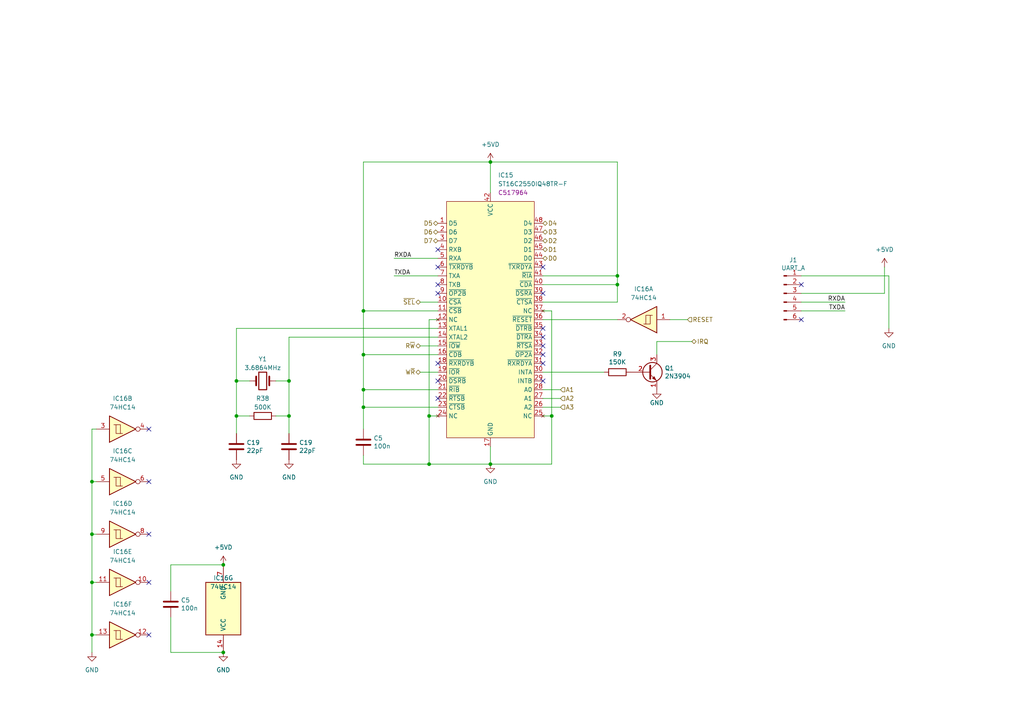
<source format=kicad_sch>
(kicad_sch (version 20230121) (generator eeschema)
  (paper "A4")
  (lib_symbols
    (symbol "74xx:74HC14" (pin_names (offset 1.016))
      (property "Reference" "U" (at 0 1.27 0))
      (property "Value" "74HC14" (at 0 -1.27 0))
      (symbol "74HC14_1_0"
        (polyline (pts (xy -3.81 3.81) (xy -3.81 -3.81) (xy 3.81 0) (xy -3.81 3.81)) (stroke (width 0.254)) (fill (type background)))
        (pin input line (at -7.62 0 0) (length 3.81) (name "~") (number "1"))
        (pin output inverted (at 7.62 0 180) (length 3.81) (name "~") (number "2"))
      )
      (symbol "74HC14_1_1"
        (polyline (pts (xy -1.905 -1.27) (xy -1.905 1.27) (xy -0.635 1.27)))
        (polyline (pts (xy -2.54 -1.27) (xy -0.635 -1.27) (xy -0.635 1.27) (xy 0 1.27)))
      )
      (symbol "74HC14_2_0"
        (polyline (pts (xy -3.81 3.81) (xy -3.81 -3.81) (xy 3.81 0) (xy -3.81 3.81)) (stroke (width 0.254)) (fill (type background)))
        (pin input line (at -7.62 0 0) (length 3.81) (name "~") (number "3"))
        (pin output inverted (at 7.62 0 180) (length 3.81) (name "~") (number "4"))
      )
      (symbol "74HC14_2_1"
        (polyline (pts (xy -1.905 -1.27) (xy -1.905 1.27) (xy -0.635 1.27)))
        (polyline (pts (xy -2.54 -1.27) (xy -0.635 -1.27) (xy -0.635 1.27) (xy 0 1.27)))
      )
      (symbol "74HC14_3_0"
        (polyline (pts (xy -3.81 3.81) (xy -3.81 -3.81) (xy 3.81 0) (xy -3.81 3.81)) (stroke (width 0.254)) (fill (type background)))
        (pin input line (at -7.62 0 0) (length 3.81) (name "~") (number "5"))
        (pin output inverted (at 7.62 0 180) (length 3.81) (name "~") (number "6"))
      )
      (symbol "74HC14_3_1"
        (polyline (pts (xy -1.905 -1.27) (xy -1.905 1.27) (xy -0.635 1.27)))
        (polyline (pts (xy -2.54 -1.27) (xy -0.635 -1.27) (xy -0.635 1.27) (xy 0 1.27)))
      )
      (symbol "74HC14_4_0"
        (polyline (pts (xy -3.81 3.81) (xy -3.81 -3.81) (xy 3.81 0) (xy -3.81 3.81)) (stroke (width 0.254)) (fill (type background)))
        (pin output inverted (at 7.62 0 180) (length 3.81) (name "~") (number "8"))
        (pin input line (at -7.62 0 0) (length 3.81) (name "~") (number "9"))
      )
      (symbol "74HC14_4_1"
        (polyline (pts (xy -1.905 -1.27) (xy -1.905 1.27) (xy -0.635 1.27)))
        (polyline (pts (xy -2.54 -1.27) (xy -0.635 -1.27) (xy -0.635 1.27) (xy 0 1.27)))
      )
      (symbol "74HC14_5_0"
        (polyline (pts (xy -3.81 3.81) (xy -3.81 -3.81) (xy 3.81 0) (xy -3.81 3.81)) (stroke (width 0.254)) (fill (type background)))
        (pin output inverted (at 7.62 0 180) (length 3.81) (name "~") (number "10"))
        (pin input line (at -7.62 0 0) (length 3.81) (name "~") (number "11"))
      )
      (symbol "74HC14_5_1"
        (polyline (pts (xy -1.905 -1.27) (xy -1.905 1.27) (xy -0.635 1.27)))
        (polyline (pts (xy -2.54 -1.27) (xy -0.635 -1.27) (xy -0.635 1.27) (xy 0 1.27)))
      )
      (symbol "74HC14_6_0"
        (polyline (pts (xy -3.81 3.81) (xy -3.81 -3.81) (xy 3.81 0) (xy -3.81 3.81)) (stroke (width 0.254)) (fill (type background)))
        (pin output inverted (at 7.62 0 180) (length 3.81) (name "~") (number "12"))
        (pin input line (at -7.62 0 0) (length 3.81) (name "~") (number "13"))
      )
      (symbol "74HC14_6_1"
        (polyline (pts (xy -1.905 -1.27) (xy -1.905 1.27) (xy -0.635 1.27)))
        (polyline (pts (xy -2.54 -1.27) (xy -0.635 -1.27) (xy -0.635 1.27) (xy 0 1.27)))
      )
      (symbol "74HC14_7_0"
        (pin power_in line (at 0 12.7 270) (length 5.08) (name "VCC") (number "14"))
        (pin power_in line (at 0 -12.7 90) (length 5.08) (name "GND") (number "7"))
      )
      (symbol "74HC14_7_1"
        (rectangle (start -5.08 7.62) (end 5.08 -7.62) (stroke (width 0.254)) (fill (type background)))
      )
    )
    (symbol "Connector:Conn_01x06_Pin" (pin_names (offset 1.016) hide)
      (property "Reference" "J" (at 0 7.62 0))
      (property "Value" "Conn_01x06_Pin" (at 0 -10.16 0))
      (symbol "Conn_01x06_Pin_1_1"
        (polyline (pts (xy 1.27 -7.62) (xy 0.8636 -7.62)) (stroke (width 0.1524)))
        (polyline (pts (xy 1.27 -5.08) (xy 0.8636 -5.08)) (stroke (width 0.1524)))
        (polyline (pts (xy 1.27 -2.54) (xy 0.8636 -2.54)) (stroke (width 0.1524)))
        (polyline (pts (xy 1.27 0) (xy 0.8636 0)) (stroke (width 0.1524)))
        (polyline (pts (xy 1.27 2.54) (xy 0.8636 2.54)) (stroke (width 0.1524)))
        (polyline (pts (xy 1.27 5.08) (xy 0.8636 5.08)) (stroke (width 0.1524)))
        (rectangle (start 0.8636 -7.493) (end 0 -7.747) (stroke (width 0.1524)) (fill (type outline)))
        (rectangle (start 0.8636 -4.953) (end 0 -5.207) (stroke (width 0.1524)) (fill (type outline)))
        (rectangle (start 0.8636 -2.413) (end 0 -2.667) (stroke (width 0.1524)) (fill (type outline)))
        (rectangle (start 0.8636 0.127) (end 0 -0.127) (stroke (width 0.1524)) (fill (type outline)))
        (rectangle (start 0.8636 2.667) (end 0 2.413) (stroke (width 0.1524)) (fill (type outline)))
        (rectangle (start 0.8636 5.207) (end 0 4.953) (stroke (width 0.1524)) (fill (type outline)))
        (pin passive line (at 5.08 5.08 180) (length 3.81) (name "Pin_1") (number "1"))
        (pin passive line (at 5.08 2.54 180) (length 3.81) (name "Pin_2") (number "2"))
        (pin passive line (at 5.08 0 180) (length 3.81) (name "Pin_3") (number "3"))
        (pin passive line (at 5.08 -2.54 180) (length 3.81) (name "Pin_4") (number "4"))
        (pin passive line (at 5.08 -5.08 180) (length 3.81) (name "Pin_5") (number "5"))
        (pin passive line (at 5.08 -7.62 180) (length 3.81) (name "Pin_6") (number "6"))
      )
    )
    (symbol "Device:C" (pin_numbers hide) (pin_names (offset 0.254))
      (property "Reference" "C" (at 0.635 2.54 0))
      (property "Value" "C" (at 0.635 -2.54 0))
      (symbol "C_0_1"
        (polyline (pts (xy -2.032 -0.762) (xy 2.032 -0.762)) (stroke (width 0.508)))
        (polyline (pts (xy -2.032 0.762) (xy 2.032 0.762)) (stroke (width 0.508)))
      )
      (symbol "C_1_1"
        (pin passive line (at 0 3.81 270) (length 2.794) (name "~") (number "1"))
        (pin passive line (at 0 -3.81 90) (length 2.794) (name "~") (number "2"))
      )
    )
    (symbol "Device:Crystal" (pin_numbers hide) (pin_names (offset 1.016) hide)
      (property "Reference" "Y" (at 0 3.81 0))
      (property "Value" "Crystal" (at 0 -3.81 0))
      (symbol "Crystal_0_1"
        (rectangle (start -1.143 2.54) (end 1.143 -2.54) (stroke (width 0.3048)))
        (polyline (pts (xy -2.54 0) (xy -1.905 0)))
        (polyline (pts (xy -1.905 -1.27) (xy -1.905 1.27)) (stroke (width 0.508)))
        (polyline (pts (xy 1.905 -1.27) (xy 1.905 1.27)) (stroke (width 0.508)))
        (polyline (pts (xy 2.54 0) (xy 1.905 0)))
      )
      (symbol "Crystal_1_1"
        (pin passive line (at -3.81 0 0) (length 1.27) (name "1") (number "1"))
        (pin passive line (at 3.81 0 180) (length 1.27) (name "2") (number "2"))
      )
    )
    (symbol "Device:R" (pin_numbers hide) (pin_names (offset 0))
      (property "Reference" "R" (at 2.032 0 90))
      (property "Value" "R" (at 0 0 90))
      (symbol "R_0_1"
        (rectangle (start -1.016 -2.54) (end 1.016 2.54) (stroke (width 0.254)))
      )
      (symbol "R_1_1"
        (pin passive line (at 0 3.81 270) (length 1.27) (name "~") (number "1"))
        (pin passive line (at 0 -3.81 90) (length 1.27) (name "~") (number "2"))
      )
    )
    (symbol "Transistor_BJT:2N3904" (pin_names (offset 0) hide)
      (property "Reference" "Q" (at 5.08 1.905 0))
      (property "Value" "2N3904" (at 5.08 0 0))
      (symbol "2N3904_0_1"
        (polyline (pts (xy 0.635 0.635) (xy 2.54 2.54)))
        (polyline (pts (xy 0.635 -0.635) (xy 2.54 -2.54) (xy 2.54 -2.54)))
        (polyline (pts (xy 0.635 1.905) (xy 0.635 -1.905) (xy 0.635 -1.905)) (stroke (width 0.508)))
        (polyline (pts (xy 1.27 -1.778) (xy 1.778 -1.27) (xy 2.286 -2.286) (xy 1.27 -1.778) (xy 1.27 -1.778)) (fill (type outline)))
        (circle (center 1.27 0) (radius 2.8194) (stroke (width 0.254)))
      )
      (symbol "2N3904_1_1"
        (pin passive line (at 2.54 -5.08 90) (length 2.54) (name "E") (number "1"))
        (pin passive line (at -5.08 0 0) (length 5.715) (name "B") (number "2"))
        (pin passive line (at 2.54 5.08 270) (length 2.54) (name "C") (number "3"))
      )
    )
    (symbol "power:+5VD" (power) (pin_names (offset 0))
      (property "Value" "+5VD" (at 0 3.556 0))
      (symbol "+5VD_0_1"
        (polyline (pts (xy -0.762 1.27) (xy 0 2.54)))
        (polyline (pts (xy 0 0) (xy 0 2.54)))
        (polyline (pts (xy 0 2.54) (xy 0.762 1.27)))
      )
      (symbol "+5VD_1_1"
        (pin power_in line (at 0 0 90) (length 0) hide (name "+5VD") (number "1"))
      )
    )
    (symbol "power:GND" (power) (pin_names (offset 0))
      (property "Value" "GND" (at 0 -3.81 0))
      (symbol "GND_0_1"
        (polyline (pts (xy 0 0) (xy 0 -1.27) (xy 1.27 -1.27) (xy 0 -2.54) (xy -1.27 -1.27) (xy 0 -1.27)))
      )
      (symbol "GND_1_1"
        (pin power_in line (at 0 0 270) (length 0) hide (name "GND") (number "1"))
      )
    )
    (symbol "rosco_m68k:ST16C2550IQ48TR-F"
      (property "Reference" "IC?" (at 2.1941 38.1 0))
      (property "Value" "ST16C2550IQ48TR-F" (at 2.1941 35.56 0))
      (property "LCSC" "C517964" (at 2.1941 33.02 0))
      (symbol "ST16C2550IQ48TR-F_1_1"
        (rectangle (start -12.7 30.48) (end 12.7 -38.1) (fill (type background)))
        (pin bidirectional line (at -15.24 24.13 0) (length 2.54) (name "D5") (number "1"))
        (pin input line (at -15.24 1.27 0) (length 2.54) (name "~{CSA}") (number "10"))
        (pin input line (at -15.24 -1.27 0) (length 2.54) (name "~{CSB}") (number "11"))
        (pin no_connect line (at -15.24 -3.81 0) (length 2.54) (name "NC") (number "12"))
        (pin input line (at -15.24 -6.35 0) (length 2.54) (name "XTAL1") (number "13"))
        (pin input line (at -15.24 -8.89 0) (length 2.54) (name "XTAL2") (number "14"))
        (pin input line (at -15.24 -11.43 0) (length 2.54) (name "~{IOW}") (number "15"))
        (pin input line (at -15.24 -13.97 0) (length 2.54) (name "~{CDB}") (number "16"))
        (pin power_in line (at 0 -40.64 90) (length 2.54) (name "GND") (number "17"))
        (pin output line (at -15.24 -16.51 0) (length 2.54) (name "~{RXRDYB}") (number "18"))
        (pin input line (at -15.24 -19.05 0) (length 2.54) (name "~{IOR}") (number "19"))
        (pin bidirectional line (at -15.24 21.59 0) (length 2.54) (name "D6") (number "2"))
        (pin input line (at -15.24 -21.59 0) (length 2.54) (name "~{DSRB}") (number "20"))
        (pin input line (at -15.24 -24.13 0) (length 2.54) (name "~{RIB}") (number "21"))
        (pin input line (at -15.24 -26.67 0) (length 2.54) (name "~{RTSB}") (number "22"))
        (pin input line (at -15.24 -29.21 0) (length 2.54) (name "~{CTSB}") (number "23"))
        (pin no_connect line (at -15.24 -31.75 0) (length 2.54) (name "NC") (number "24"))
        (pin no_connect line (at 15.24 -31.75 180) (length 2.54) (name "NC") (number "25"))
        (pin input line (at 15.24 -29.21 180) (length 2.54) (name "A2") (number "26"))
        (pin input line (at 15.24 -26.67 180) (length 2.54) (name "A1") (number "27"))
        (pin input line (at 15.24 -24.13 180) (length 2.54) (name "A0") (number "28"))
        (pin input line (at 15.24 -21.59 180) (length 2.54) (name "INTB") (number "29"))
        (pin bidirectional line (at -15.24 19.05 0) (length 2.54) (name "D7") (number "3"))
        (pin input line (at 15.24 -19.05 180) (length 2.54) (name "INTA") (number "30"))
        (pin output line (at 15.24 -16.51 180) (length 2.54) (name "~{RXRDYA}") (number "31"))
        (pin output line (at 15.24 -13.97 180) (length 2.54) (name "~{OP2A}") (number "32"))
        (pin input line (at 15.24 -11.43 180) (length 2.54) (name "~{RTSA}") (number "33"))
        (pin input line (at 15.24 -8.89 180) (length 2.54) (name "~{DTRA}") (number "34"))
        (pin input line (at 15.24 -6.35 180) (length 2.54) (name "~{DTRB}") (number "35"))
        (pin input line (at 15.24 -3.81 180) (length 2.54) (name "~{RESET}") (number "36"))
        (pin no_connect line (at 15.24 -1.27 180) (length 2.54) (name "NC") (number "37"))
        (pin input line (at 15.24 1.27 180) (length 2.54) (name "~{CTSA}") (number "38"))
        (pin input line (at 15.24 3.81 180) (length 2.54) (name "~{DSRA}") (number "39"))
        (pin input line (at -15.24 16.51 0) (length 2.54) (name "RXB") (number "4"))
        (pin input line (at 15.24 6.35 180) (length 2.54) (name "~{CDA}") (number "40"))
        (pin input line (at 15.24 8.89 180) (length 2.54) (name "~{RIA}") (number "41"))
        (pin power_in line (at 0 33.02 270) (length 2.54) (name "VCC") (number "42"))
        (pin output line (at 15.24 11.43 180) (length 2.54) (name "~{TXRDYA}") (number "43"))
        (pin bidirectional line (at 15.24 13.97 180) (length 2.54) (name "D0") (number "44"))
        (pin bidirectional line (at 15.24 16.51 180) (length 2.54) (name "D1") (number "45"))
        (pin bidirectional line (at 15.24 19.05 180) (length 2.54) (name "D2") (number "46"))
        (pin bidirectional line (at 15.24 21.59 180) (length 2.54) (name "D3") (number "47"))
        (pin bidirectional line (at 15.24 24.13 180) (length 2.54) (name "D4") (number "48"))
        (pin input line (at -15.24 13.97 0) (length 2.54) (name "RXA") (number "5"))
        (pin output line (at -15.24 11.43 0) (length 2.54) (name "~{TXRDYB}") (number "6"))
        (pin output line (at -15.24 8.89 0) (length 2.54) (name "TXA") (number "7"))
        (pin output line (at -15.24 6.35 0) (length 2.54) (name "TXB") (number "8"))
        (pin output line (at -15.24 3.81 0) (length 2.54) (name "~{OP2B}") (number "9"))
      )
    )
  )
  (junction (at 105.41 102.87))
  (junction (at 83.82 120.65))
  (junction (at 26.67 184.15))
  (junction (at 142.24 46.99))
  (junction (at 64.77 189.23))
  (junction (at 26.67 139.7))
  (junction (at 105.41 118.11))
  (junction (at 26.67 168.91))
  (junction (at 68.58 110.49))
  (junction (at 26.67 154.94))
  (junction (at 160.02 120.65))
  (junction (at 179.07 80.01))
  (junction (at 68.58 120.65))
  (junction (at 64.77 163.83))
  (junction (at 124.46 120.65))
  (junction (at 83.82 110.49))
  (junction (at 105.41 113.03))
  (junction (at 142.24 134.62))
  (junction (at 124.46 134.62))
  (junction (at 179.07 82.55))
  (junction (at 105.41 90.17))
  (no_connect (at 127 77.47))
  (no_connect (at 127 110.49))
  (no_connect (at 127 115.57))
  (no_connect (at 127 82.55))
  (no_connect (at 157.48 95.25))
  (no_connect (at 232.41 92.71))
  (no_connect (at 43.18 139.7))
  (no_connect (at 43.18 154.94))
  (no_connect (at 43.18 124.46))
  (no_connect (at 157.48 97.79))
  (no_connect (at 127 72.39))
  (no_connect (at 157.48 105.41))
  (no_connect (at 157.48 110.49))
  (no_connect (at 43.18 184.15))
  (no_connect (at 157.48 100.33))
  (no_connect (at 43.18 168.91))
  (no_connect (at 157.48 102.87))
  (no_connect (at 157.48 85.09))
  (no_connect (at 127 105.41))
  (no_connect (at 127 85.09))
  (no_connect (at 157.48 77.47))
  (no_connect (at 232.41 82.55))
  (wire (pts (xy 127 120.65) (xy 124.46 120.65)))
  (wire (pts (xy 80.01 110.49) (xy 83.82 110.49)))
  (wire (pts (xy 105.41 90.17) (xy 105.41 102.87)))
  (wire (pts (xy 190.5 99.06) (xy 200.66 99.06)))
  (wire (pts (xy 157.48 115.57) (xy 162.56 115.57)))
  (wire (pts (xy 83.82 110.49) (xy 83.82 120.65)))
  (wire (pts (xy 114.3 80.01) (xy 127 80.01)))
  (wire (pts (xy 121.92 107.95) (xy 127 107.95)))
  (wire (pts (xy 26.67 168.91) (xy 26.67 154.94)))
  (wire (pts (xy 121.92 87.63) (xy 127 87.63)))
  (wire (pts (xy 194.31 92.71) (xy 199.39 92.71)))
  (wire (pts (xy 105.41 134.62) (xy 105.41 132.08)))
  (wire (pts (xy 64.77 163.83) (xy 49.53 163.83)))
  (wire (pts (xy 157.48 82.55) (xy 179.07 82.55)))
  (wire (pts (xy 157.48 87.63) (xy 179.07 87.63)))
  (wire (pts (xy 26.67 184.15) (xy 27.94 184.15)))
  (wire (pts (xy 105.41 90.17) (xy 127 90.17)))
  (wire (pts (xy 49.53 163.83) (xy 49.53 171.45)))
  (wire (pts (xy 232.41 87.63) (xy 245.11 87.63)))
  (wire (pts (xy 83.82 120.65) (xy 83.82 125.73)))
  (wire (pts (xy 157.48 107.95) (xy 175.26 107.95)))
  (wire (pts (xy 26.67 139.7) (xy 27.94 139.7)))
  (wire (pts (xy 105.41 102.87) (xy 105.41 113.03)))
  (wire (pts (xy 179.07 46.99) (xy 179.07 80.01)))
  (wire (pts (xy 105.41 102.87) (xy 127 102.87)))
  (wire (pts (xy 142.24 55.88) (xy 142.24 46.99)))
  (wire (pts (xy 157.48 120.65) (xy 160.02 120.65)))
  (wire (pts (xy 142.24 46.99) (xy 179.07 46.99)))
  (wire (pts (xy 83.82 97.79) (xy 127 97.79)))
  (wire (pts (xy 124.46 120.65) (xy 124.46 134.62)))
  (wire (pts (xy 232.41 85.09) (xy 256.54 85.09)))
  (wire (pts (xy 114.3 74.93) (xy 127 74.93)))
  (wire (pts (xy 26.67 154.94) (xy 27.94 154.94)))
  (wire (pts (xy 68.58 120.65) (xy 72.39 120.65)))
  (wire (pts (xy 179.07 80.01) (xy 179.07 82.55)))
  (wire (pts (xy 68.58 110.49) (xy 72.39 110.49)))
  (wire (pts (xy 232.41 80.01) (xy 257.81 80.01)))
  (wire (pts (xy 83.82 97.79) (xy 83.82 110.49)))
  (wire (pts (xy 160.02 134.62) (xy 142.24 134.62)))
  (wire (pts (xy 142.24 129.54) (xy 142.24 134.62)))
  (wire (pts (xy 124.46 134.62) (xy 105.41 134.62)))
  (wire (pts (xy 257.81 80.01) (xy 257.81 95.25)))
  (wire (pts (xy 26.67 154.94) (xy 26.67 139.7)))
  (wire (pts (xy 190.5 102.87) (xy 190.5 99.06)))
  (wire (pts (xy 124.46 92.71) (xy 124.46 120.65)))
  (wire (pts (xy 256.54 85.09) (xy 256.54 77.47)))
  (wire (pts (xy 157.48 90.17) (xy 160.02 90.17)))
  (wire (pts (xy 121.92 100.33) (xy 127 100.33)))
  (wire (pts (xy 105.41 46.99) (xy 105.41 90.17)))
  (wire (pts (xy 26.67 168.91) (xy 27.94 168.91)))
  (wire (pts (xy 160.02 120.65) (xy 160.02 134.62)))
  (wire (pts (xy 160.02 90.17) (xy 160.02 120.65)))
  (wire (pts (xy 127 92.71) (xy 124.46 92.71)))
  (wire (pts (xy 232.41 90.17) (xy 245.11 90.17)))
  (wire (pts (xy 157.48 80.01) (xy 179.07 80.01)))
  (wire (pts (xy 124.46 134.62) (xy 142.24 134.62)))
  (wire (pts (xy 68.58 110.49) (xy 68.58 120.65)))
  (wire (pts (xy 105.41 46.99) (xy 142.24 46.99)))
  (wire (pts (xy 105.41 113.03) (xy 105.41 118.11)))
  (wire (pts (xy 157.48 113.03) (xy 162.56 113.03)))
  (wire (pts (xy 64.77 189.23) (xy 49.53 189.23)))
  (wire (pts (xy 68.58 95.25) (xy 127 95.25)))
  (wire (pts (xy 49.53 189.23) (xy 49.53 179.07)))
  (wire (pts (xy 68.58 120.65) (xy 68.58 125.73)))
  (wire (pts (xy 127 118.11) (xy 105.41 118.11)))
  (wire (pts (xy 68.58 95.25) (xy 68.58 110.49)))
  (wire (pts (xy 26.67 124.46) (xy 27.94 124.46)))
  (wire (pts (xy 157.48 92.71) (xy 179.07 92.71)))
  (wire (pts (xy 179.07 82.55) (xy 179.07 87.63)))
  (wire (pts (xy 157.48 118.11) (xy 162.56 118.11)))
  (wire (pts (xy 105.41 118.11) (xy 105.41 124.46)))
  (wire (pts (xy 26.67 139.7) (xy 26.67 124.46)))
  (wire (pts (xy 26.67 184.15) (xy 26.67 168.91)))
  (wire (pts (xy 105.41 113.03) (xy 127 113.03)))
  (wire (pts (xy 26.67 189.23) (xy 26.67 184.15)))
  (wire (pts (xy 80.01 120.65) (xy 83.82 120.65)))
  (label "TXDA" (at 114.3 80.01 0))
  (label "RXDA" (at 245.11 87.63 180))
  (label "RXDA" (at 114.3 74.93 0))
  (label "TXDA" (at 245.11 90.17 180))
  (hierarchical_label "D1" (shape bidirectional) (at 157.48 72.39 0))
  (hierarchical_label "A3" (shape input) (at 162.56 118.11 0))
  (hierarchical_label "D7" (shape bidirectional) (at 127 69.85 180))
  (hierarchical_label "IRQ" (shape tri_state) (at 200.66 99.06 0))
  (hierarchical_label "D3" (shape bidirectional) (at 157.48 67.31 0))
  (hierarchical_label "R~{W}" (shape tri_state) (at 121.92 100.33 180))
  (hierarchical_label "A1" (shape input) (at 162.56 113.03 0))
  (hierarchical_label "D5" (shape bidirectional) (at 127 64.77 180))
  (hierarchical_label "RESET" (shape input) (at 199.39 92.71 0))
  (hierarchical_label "~{SEL}" (shape tri_state) (at 121.92 87.63 180))
  (hierarchical_label "A2" (shape input) (at 162.56 115.57 0))
  (hierarchical_label "D4" (shape bidirectional) (at 157.48 64.77 0))
  (hierarchical_label "D6" (shape bidirectional) (at 127 67.31 180))
  (hierarchical_label "D0" (shape bidirectional) (at 157.48 74.93 0))
  (hierarchical_label "D2" (shape bidirectional) (at 157.48 69.85 0))
  (hierarchical_label "W~{R}" (shape tri_state) (at 121.92 107.95 180))
  (symbol (lib_id "power:GND") (at 257.81 95.25 0) (unit 1)
    (property "Reference" "#PWR0126" (effects hide))
    (property "Value" "GND" (at 257.81 100.33 0))
  )
  (symbol (lib_id "Device:Crystal") (at 76.2 110.49 0) (unit 1)
    (property "Reference" "Y1" (at 76.2 104.14 0))
    (property "Value" "3.6864MHz" (at 76.2 106.68 0))
    (property "Footprint" "Crystal:Crystal_SMD_HC49-SD" (effects hide))
    (property "LCSC" "C2149359" (effects hide))
  )
  (symbol (lib_id "power:GND") (at 83.82 133.35 0) (unit 1)
    (property "Reference" "#PWR0120" (effects hide))
    (property "Value" "GND" (at 83.82 138.43 0))
  )
  (symbol (lib_id "power:+5VD") (at 142.24 46.99 0) (unit 1)
    (property "Reference" "#PWR0118" (effects hide))
    (property "Value" "+5VD" (at 142.24 41.91 0))
  )
  (symbol (lib_id "74xx:74HC14") (at 64.77 176.53 180) (unit 7)
    (property "Reference" "IC16" (at 64.77 167.64 0))
    (property "Value" "74HC14" (at 64.77 170.18 0))
    (property "Footprint" "Package_SO:SOIC-14_3.9x8.7mm_P1.27mm" (effects hide))
    (property "Datasheet" "http://www.ti.com/lit/gpn/sn74HC14" (effects hide))
    (property "LCSC" "C5605" (effects hide))
  )
  (symbol (lib_id "Device:R") (at 179.07 107.95 270) (unit 1)
    (property "Reference" "R9" (at 179.07 102.6922 90))
    (property "Value" "150K" (at 179.07 105.0036 90))
    (property "Footprint" "Resistor_SMD:R_0603_1608Metric" (effects hide))
    (instances (project "xosera" (path "" (reference "R9") (unit 1))) (project "Xosera2" (path "" (reference "R9") (unit 1)) (path "" (reference "R25") (unit 1)) (path "" (reference "R39") (unit 1))))
  )
  (symbol (lib_id "Transistor_BJT:2N3904") (at 187.96 107.95 0) (unit 1)
    (property "Reference" "Q1" (at 192.786 106.7816 0) (effects (justify left)))
    (property "Value" "2N3904" (at 192.786 109.093 0) (effects (justify left)))
    (property "Footprint" "Package_TO_SOT_SMD:SOT-23" (effects hide))
    (property "Datasheet" "https://www.onsemi.com/pub/Collateral/2N3903-D.PDF" (effects hide))
    (instances (project "xosera" (path "" (reference "Q1") (unit 1))) (project "Xosera2" (path "" (reference "Q1") (unit 1)) (path "" (reference "Q2") (unit 1)) (path "" (reference "Q4") (unit 1))))
  )
  (symbol (lib_id "power:GND") (at 26.67 189.23 0) (unit 1)
    (property "Reference" "#PWR0167" (effects hide))
    (property "Value" "GND" (at 26.67 194.31 0))
  )
  (symbol (lib_id "74xx:74HC14") (at 35.56 154.94 0) (mirror x) (unit 4)
    (property "Reference" "IC16" (at 35.56 146.05 0))
    (property "Value" "74HC14" (at 35.56 148.59 0))
    (property "Footprint" "Package_SO:SOIC-14_3.9x8.7mm_P1.27mm" (effects hide))
    (property "Datasheet" "http://www.ti.com/lit/gpn/sn74HC14" (effects hide))
    (property "LCSC" "C5605" (effects hide))
  )
  (symbol (lib_id "74xx:74HC14") (at 35.56 184.15 0) (mirror x) (unit 6)
    (property "Reference" "IC16" (at 35.56 175.26 0))
    (property "Value" "74HC14" (at 35.56 177.8 0))
    (property "Footprint" "Package_SO:SOIC-14_3.9x8.7mm_P1.27mm" (effects hide))
    (property "Datasheet" "http://www.ti.com/lit/gpn/sn74HC14" (effects hide))
    (property "LCSC" "C5605" (effects hide))
  )
  (symbol (lib_id "Device:C") (at 105.41 128.27 0) (unit 1)
    (property "Reference" "C5" (at 108.331 127.1016 0) (effects (justify left)))
    (property "Value" "100n" (at 108.331 129.413 0) (effects (justify left)))
    (property "Footprint" "Capacitor_SMD:C_0402_1005Metric" (effects hide))
    (instances (project "xosera" (path "" (reference "C5") (unit 1))) (project "Xosera2" (path "" (reference "C5") (unit 1)) (path "" (reference "C50") (unit 1)) (path "" (reference "C63") (unit 1))))
  )
  (symbol (lib_id "Connector:Conn_01x06_Pin") (at 227.33 85.09 0) (unit 1)
    (property "Reference" "J1" (at 230.0732 75.4126 0))
    (property "Value" "UART_A" (at 230.0732 77.724 0))
    (property "Footprint" "Connector_PinHeader_2.54mm:PinHeader_1x06_P2.54mm_Vertical" (effects hide))
    (instances (project "rosco_m68k" (path "" (reference "J1") (unit 1))) (project "Xosera2" (path "" (reference "J9") (unit 1))))
  )
  (symbol (lib_id "74xx:74HC14") (at 35.56 139.7 0) (mirror x) (unit 3)
    (property "Reference" "IC16" (at 35.56 130.81 0))
    (property "Value" "74HC14" (at 35.56 133.35 0))
    (property "Footprint" "Package_SO:SOIC-14_3.9x8.7mm_P1.27mm" (effects hide))
    (property "Datasheet" "http://www.ti.com/lit/gpn/sn74HC14" (effects hide))
    (property "LCSC" "C5605" (effects hide))
  )
  (symbol (lib_id "power:+5VD") (at 64.77 163.83 0) (unit 1)
    (property "Reference" "#PWR0165" (effects hide))
    (property "Value" "+5VD" (at 64.77 158.75 0))
  )
  (symbol (lib_id "power:+5VD") (at 256.54 77.47 0) (unit 1)
    (property "Reference" "#PWR0128" (effects hide))
    (property "Value" "+5VD" (at 256.54 72.39 0))
  )
  (symbol (lib_id "rosco_m68k:ST16C2550IQ48TR-F") (at 142.24 88.9 0) (unit 1)
    (property "Reference" "IC15" (at 144.4341 50.8 0) (effects (justify left)))
    (property "Value" "ST16C2550IQ48TR-F" (at 144.4341 53.34 0) (effects (justify left)))
    (property "Footprint" "Package_QFP:TQFP-48_7x7mm_P0.5mm" (effects hide))
    (property "Datasheet" "https://datasheet.lcsc.com/lcsc/2304140030_MaxLinear-ST16C2550IQ48TR-F_C517964.pdf" (effects hide))
    (property "LCSC" "C517964" (at 144.4341 55.88 0) (effects (justify left)))
  )
  (symbol (lib_id "74xx:74HC14") (at 186.69 92.71 180) (unit 1)
    (property "Reference" "IC16" (at 186.69 83.82 0))
    (property "Value" "74HC14" (at 186.69 86.36 0))
    (property "Footprint" "Package_SO:SOIC-14_3.9x8.7mm_P1.27mm" (effects hide))
    (property "Datasheet" "http://www.ti.com/lit/gpn/sn74HC14" (effects hide))
    (property "LCSC" "C5605" (effects hide))
  )
  (symbol (lib_id "Device:C") (at 83.82 129.54 0) (unit 1)
    (property "Reference" "C19" (at 86.741 128.3716 0) (effects (justify left)))
    (property "Value" "22pF" (at 86.741 130.683 0) (effects (justify left)))
    (property "Footprint" "Capacitor_SMD:C_0603_1608Metric" (effects hide))
    (instances (project "UPduino_v3.0" (path "" (reference "C19") (unit 1))) (project "Xosera2" (path "" (reference "C29") (unit 1)) (path "" (reference "C65") (unit 1))))
  )
  (symbol (lib_id "Device:R") (at 76.2 120.65 90) (unit 1)
    (property "Reference" "R38" (at 76.2 115.57 90))
    (property "Value" "500K" (at 76.2 118.11 90))
    (property "Footprint" "Resistor_SMD:R_0603_1608Metric" (effects hide))
  )
  (symbol (lib_id "74xx:74HC14") (at 35.56 168.91 0) (mirror x) (unit 5)
    (property "Reference" "IC16" (at 35.56 160.02 0))
    (property "Value" "74HC14" (at 35.56 162.56 0))
    (property "Footprint" "Package_SO:SOIC-14_3.9x8.7mm_P1.27mm" (effects hide))
    (property "Datasheet" "http://www.ti.com/lit/gpn/sn74HC14" (effects hide))
    (property "LCSC" "C5605" (effects hide))
  )
  (symbol (lib_id "power:GND") (at 64.77 189.23 0) (unit 1)
    (property "Reference" "#PWR0166" (effects hide))
    (property "Value" "GND" (at 64.77 194.31 0))
  )
  (symbol (lib_id "power:GND") (at 68.58 133.35 0) (unit 1)
    (property "Reference" "#PWR0122" (effects hide))
    (property "Value" "GND" (at 68.58 138.43 0))
  )
  (symbol (lib_id "Device:C") (at 49.53 175.26 0) (unit 1)
    (property "Reference" "C5" (at 52.451 174.0916 0) (effects (justify left)))
    (property "Value" "100n" (at 52.451 176.403 0) (effects (justify left)))
    (property "Footprint" "Capacitor_SMD:C_0402_1005Metric" (effects hide))
    (instances (project "xosera" (path "" (reference "C5") (unit 1))) (project "Xosera2" (path "" (reference "C5") (unit 1)) (path "" (reference "C50") (unit 1)) (path "" (reference "C66") (unit 1))))
  )
  (symbol (lib_id "Device:C") (at 68.58 129.54 0) (unit 1)
    (property "Reference" "C19" (at 71.501 128.3716 0) (effects (justify left)))
    (property "Value" "22pF" (at 71.501 130.683 0) (effects (justify left)))
    (property "Footprint" "Capacitor_SMD:C_0603_1608Metric" (effects hide))
    (instances (project "UPduino_v3.0" (path "" (reference "C19") (unit 1))) (project "Xosera2" (path "" (reference "C29") (unit 1)) (path "" (reference "C64") (unit 1))))
  )
  (symbol (lib_id "74xx:74HC14") (at 35.56 124.46 0) (mirror x) (unit 2)
    (property "Reference" "IC16" (at 35.56 115.57 0))
    (property "Value" "74HC14" (at 35.56 118.11 0))
    (property "Footprint" "Package_SO:SOIC-14_3.9x8.7mm_P1.27mm" (effects hide))
    (property "Datasheet" "http://www.ti.com/lit/gpn/sn74HC14" (effects hide))
    (property "LCSC" "C5605" (effects hide))
  )
  (symbol (lib_id "power:GND") (at 142.24 134.62 0) (unit 1)
    (property "Reference" "#PWR0116" (effects hide))
    (property "Value" "GND" (at 142.24 139.7 0))
  )
  (symbol (lib_id "power:GND") (at 190.5 113.03 0) (unit 1)
    (property "Reference" "#PWR024" (effects hide))
    (property "Value" "GND" (at 190.5 116.84 0))
    (instances (project "rosco_m68k" (path "" (reference "#PWR024") (unit 1))) (project "Xosera2" (path "" (reference "#PWR0130") (unit 1)) (path "" (reference "#PWR0124") (unit 1))))
  )
)
</source>
